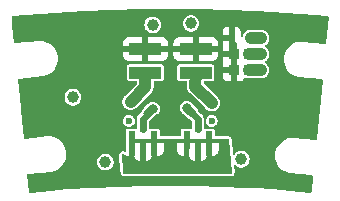
<source format=gbr>
%TF.GenerationSoftware,KiCad,Pcbnew,8.0.2-1*%
%TF.CreationDate,2024-09-19T09:16:49+02:00*%
%TF.ProjectId,PUMA_PCB_REV2,50554d41-5f50-4434-925f-524556322e6b,rev?*%
%TF.SameCoordinates,Original*%
%TF.FileFunction,Copper,L1,Top*%
%TF.FilePolarity,Positive*%
%FSLAX46Y46*%
G04 Gerber Fmt 4.6, Leading zero omitted, Abs format (unit mm)*
G04 Created by KiCad (PCBNEW 8.0.2-1) date 2024-09-19 09:16:49*
%MOMM*%
%LPD*%
G01*
G04 APERTURE LIST*
%TA.AperFunction,SMDPad,CuDef*%
%ADD10R,0.850000X0.940000*%
%TD*%
%TA.AperFunction,SMDPad,CuDef*%
%ADD11R,0.540000X0.940000*%
%TD*%
%TA.AperFunction,SMDPad,CuDef*%
%ADD12R,0.600000X0.550000*%
%TD*%
%TA.AperFunction,SMDPad,CuDef*%
%ADD13R,0.580000X1.580000*%
%TD*%
%TA.AperFunction,SMDPad,CuDef*%
%ADD14R,0.500000X0.500000*%
%TD*%
%TA.AperFunction,SMDPad,CuDef*%
%ADD15R,2.750000X1.000000*%
%TD*%
%TA.AperFunction,ViaPad*%
%ADD16C,1.000000*%
%TD*%
%TA.AperFunction,ViaPad*%
%ADD17C,0.600000*%
%TD*%
%TA.AperFunction,ViaPad*%
%ADD18C,0.800000*%
%TD*%
%TA.AperFunction,Conductor*%
%ADD19C,1.000000*%
%TD*%
%TA.AperFunction,Conductor*%
%ADD20C,0.600000*%
%TD*%
G04 APERTURE END LIST*
D10*
%TO.P,C2,1,1*%
%TO.N,GND*%
X106663879Y-86853605D03*
%TO.P,C2,2,2*%
%TO.N,HV+*%
X105363879Y-86853605D03*
%TD*%
%TO.P,C3,1,1*%
%TO.N,GND*%
X106663879Y-88193736D03*
%TO.P,C3,2,2*%
%TO.N,HV+*%
X105363879Y-88193736D03*
%TD*%
D11*
%TO.P,C1,1,1*%
%TO.N,GND*%
X106813879Y-85500000D03*
%TO.P,C1,2,2*%
%TO.N,HV+*%
X105213879Y-85500000D03*
%TD*%
D12*
%TO.P,J2,1,SIGNAL*%
%TO.N,Net-(J2-SIGNAL)*%
X102330810Y-93182298D03*
D13*
%TO.P,J2,2,GND_1*%
%TO.N,GND*%
X101370810Y-94157298D03*
D14*
%TO.P,J2,3,GND_2*%
X102330810Y-95157298D03*
D13*
%TO.P,J2,4,GND_3*%
X103290810Y-94157298D03*
%TD*%
D15*
%TO.P,J1,1,1*%
%TO.N,HV+*%
X97894149Y-86426877D03*
%TO.P,J1,2,2*%
X102144149Y-86426877D03*
%TO.P,J1,3,3*%
%TO.N,GND*%
X97894149Y-88426877D03*
%TO.P,J1,4,4*%
X102144149Y-88426877D03*
%TD*%
D12*
%TO.P,J3,1,SIGNAL*%
%TO.N,Net-(J3-SIGNAL)*%
X97680004Y-93182298D03*
D13*
%TO.P,J3,2,GND_1*%
%TO.N,GND*%
X96720004Y-94157298D03*
D14*
%TO.P,J3,3,GND_2*%
X97680004Y-95157298D03*
D13*
%TO.P,J3,4,GND_3*%
X98640004Y-94157298D03*
%TD*%
D16*
%TO.N,GND*%
X96638147Y-90864525D03*
X98500000Y-84365929D03*
X94500000Y-96000000D03*
D17*
X103500000Y-92500000D03*
D16*
X107686120Y-85500000D03*
X106000000Y-95750000D03*
X107686120Y-86853605D03*
X103500000Y-91000000D03*
X107686120Y-88208610D03*
X100500000Y-96000000D03*
D17*
X96500000Y-92500000D03*
D16*
X99000000Y-96000000D03*
X101750000Y-84250000D03*
X91750000Y-90500000D03*
D17*
%TO.N,HV+*%
X93322070Y-84647999D03*
X106628810Y-84404476D03*
D18*
%TO.N,Net-(J2-SIGNAL)*%
X101388400Y-91400879D03*
%TO.N,Net-(J3-SIGNAL)*%
X98500000Y-91500000D03*
%TD*%
D19*
%TO.N,GND*%
X103500000Y-90975045D02*
X102119427Y-89594472D01*
X107686120Y-85500000D02*
X106813879Y-85500000D01*
X96638147Y-90864525D02*
X97885918Y-89616754D01*
X97885918Y-89616754D02*
X97894149Y-88426877D01*
X102119427Y-89594472D02*
X102144149Y-88426877D01*
X106663879Y-88193736D02*
X107671246Y-88193736D01*
X107686120Y-86853605D02*
X106663879Y-86853605D01*
X103500000Y-91000000D02*
X103500000Y-90975045D01*
D20*
%TO.N,Net-(J2-SIGNAL)*%
X101400879Y-91400879D02*
X102330810Y-92330810D01*
X102330810Y-92330810D02*
X102330810Y-93182298D01*
X101388400Y-91400879D02*
X101400879Y-91400879D01*
%TO.N,Net-(J3-SIGNAL)*%
X97680004Y-93182298D02*
X97680004Y-92319996D01*
X97680004Y-92319996D02*
X98500000Y-91500000D01*
%TD*%
%TA.AperFunction,Conductor*%
%TO.N,HV+*%
G36*
X102443698Y-83009338D02*
G01*
X102444953Y-83009361D01*
X104889903Y-83074831D01*
X104891217Y-83074877D01*
X107334639Y-83184006D01*
X107335835Y-83184069D01*
X109777037Y-83336828D01*
X109778325Y-83336920D01*
X112216427Y-83533255D01*
X112217363Y-83533338D01*
X113361013Y-83643458D01*
X113411019Y-83670047D01*
X113427578Y-83724210D01*
X113427562Y-83724375D01*
X113211280Y-85919008D01*
X113184579Y-85968956D01*
X113130379Y-85985393D01*
X113130364Y-85985392D01*
X111142258Y-85789056D01*
X111142255Y-85789056D01*
X111142254Y-85789056D01*
X110985068Y-85798284D01*
X110906474Y-85802898D01*
X110734406Y-85840605D01*
X110675767Y-85853455D01*
X110675766Y-85853455D01*
X110675763Y-85853456D01*
X110455803Y-85939480D01*
X110252015Y-86058850D01*
X110252011Y-86058853D01*
X110069400Y-86208640D01*
X110069399Y-86208640D01*
X109912466Y-86385148D01*
X109912463Y-86385152D01*
X109785081Y-86584030D01*
X109785078Y-86584035D01*
X109690372Y-86800398D01*
X109690371Y-86800401D01*
X109630681Y-87028903D01*
X109630679Y-87028912D01*
X109609121Y-87247211D01*
X109607467Y-87263955D01*
X109621309Y-87499732D01*
X109632222Y-87549530D01*
X109670975Y-87726375D01*
X109671867Y-87730443D01*
X109757891Y-87950403D01*
X109877261Y-88154191D01*
X109877264Y-88154195D01*
X109877265Y-88154196D01*
X110027051Y-88336807D01*
X110203559Y-88493740D01*
X110203563Y-88493743D01*
X110307336Y-88560210D01*
X110402444Y-88621127D01*
X110618808Y-88715834D01*
X110847323Y-88775528D01*
X112836072Y-88971928D01*
X112886012Y-88998639D01*
X112902440Y-89052827D01*
X112409913Y-94050566D01*
X112383212Y-94100513D01*
X112329012Y-94116951D01*
X112328998Y-94116950D01*
X110410662Y-93927505D01*
X110410659Y-93927505D01*
X110410658Y-93927505D01*
X110253472Y-93936733D01*
X110174878Y-93941347D01*
X109994870Y-93980793D01*
X109944171Y-93991904D01*
X109944170Y-93991904D01*
X109944167Y-93991905D01*
X109724207Y-94077929D01*
X109520419Y-94197299D01*
X109520415Y-94197302D01*
X109337804Y-94347089D01*
X109337803Y-94347089D01*
X109180870Y-94523597D01*
X109180867Y-94523601D01*
X109053485Y-94722479D01*
X109053482Y-94722484D01*
X108958776Y-94938847D01*
X108958775Y-94938850D01*
X108904600Y-95146240D01*
X108899083Y-95167361D01*
X108879375Y-95366927D01*
X108875871Y-95402404D01*
X108889713Y-95638181D01*
X108940271Y-95868892D01*
X109026295Y-96088852D01*
X109145665Y-96292640D01*
X109145668Y-96292644D01*
X109145669Y-96292645D01*
X109295455Y-96475256D01*
X109471963Y-96632189D01*
X109471967Y-96632192D01*
X109615896Y-96724379D01*
X109670848Y-96759576D01*
X109887212Y-96854283D01*
X110115727Y-96913977D01*
X112034704Y-97103486D01*
X112084645Y-97130198D01*
X112101073Y-97184385D01*
X111970221Y-98512166D01*
X111943520Y-98562114D01*
X111889486Y-98578568D01*
X110878579Y-98481230D01*
X108706791Y-98306341D01*
X108706787Y-98306340D01*
X108706753Y-98306338D01*
X107149498Y-98208890D01*
X106532116Y-98170256D01*
X104355472Y-98073035D01*
X102177440Y-98014699D01*
X99998657Y-97995266D01*
X97819875Y-98014747D01*
X95641845Y-98073130D01*
X93465143Y-98170403D01*
X91290585Y-98306528D01*
X89118751Y-98481468D01*
X88107829Y-98578830D01*
X88053666Y-98562272D01*
X88027093Y-98512442D01*
X88024011Y-98481230D01*
X87884556Y-97068866D01*
X87900984Y-97014666D01*
X87950922Y-96987956D01*
X89955546Y-96789989D01*
X90184062Y-96730295D01*
X90400425Y-96635588D01*
X90599310Y-96508201D01*
X90775818Y-96351268D01*
X90925604Y-96168657D01*
X91024398Y-95999996D01*
X93794355Y-95999996D01*
X93794355Y-96000003D01*
X93814859Y-96168871D01*
X93875181Y-96327929D01*
X93959787Y-96450500D01*
X93971817Y-96467929D01*
X94099148Y-96580734D01*
X94249775Y-96659790D01*
X94414944Y-96700500D01*
X94414948Y-96700500D01*
X94585052Y-96700500D01*
X94585056Y-96700500D01*
X94750225Y-96659790D01*
X94900852Y-96580734D01*
X95028183Y-96467929D01*
X95124818Y-96327930D01*
X95185140Y-96168872D01*
X95195344Y-96084834D01*
X95205645Y-96000003D01*
X95205645Y-95999996D01*
X95185140Y-95831128D01*
X95124818Y-95672070D01*
X95028183Y-95532071D01*
X94907681Y-95425315D01*
X95662563Y-95425315D01*
X95662564Y-95425327D01*
X95669399Y-95507339D01*
X95669399Y-95507351D01*
X95669400Y-95507351D01*
X95669446Y-95507906D01*
X95765206Y-96657024D01*
X95785732Y-96903343D01*
X95785735Y-96903366D01*
X95791707Y-96938275D01*
X95802498Y-96979539D01*
X95802985Y-96981368D01*
X95802989Y-96981378D01*
X95845993Y-97062080D01*
X95845998Y-97062087D01*
X95859556Y-97077733D01*
X95891752Y-97114889D01*
X95909343Y-97132843D01*
X95989158Y-97177489D01*
X95989157Y-97177489D01*
X96056195Y-97197174D01*
X96056196Y-97197174D01*
X96056199Y-97197175D01*
X96114097Y-97205500D01*
X96114101Y-97205500D01*
X105115237Y-97205500D01*
X105125633Y-97204163D01*
X105167225Y-97198815D01*
X105227926Y-97182942D01*
X105246084Y-97177284D01*
X105322945Y-97127720D01*
X105371766Y-97077738D01*
X105388196Y-97058718D01*
X105426060Y-96975468D01*
X105426060Y-96975466D01*
X105426061Y-96975466D01*
X105433245Y-96940465D01*
X105440110Y-96907025D01*
X105443598Y-96848636D01*
X105399926Y-96324578D01*
X105417179Y-96270633D01*
X105467524Y-96244689D01*
X105521470Y-96261942D01*
X105522712Y-96263018D01*
X105531308Y-96270633D01*
X105595982Y-96327930D01*
X105599148Y-96330734D01*
X105749775Y-96409790D01*
X105914944Y-96450500D01*
X105914948Y-96450500D01*
X106085052Y-96450500D01*
X106085056Y-96450500D01*
X106250225Y-96409790D01*
X106400852Y-96330734D01*
X106528183Y-96217929D01*
X106624818Y-96077930D01*
X106685140Y-95918872D01*
X106705645Y-95750000D01*
X106705026Y-95744904D01*
X106685140Y-95581128D01*
X106624818Y-95422070D01*
X106528183Y-95282071D01*
X106400856Y-95169269D01*
X106400853Y-95169267D01*
X106400852Y-95169266D01*
X106250225Y-95090210D01*
X106250222Y-95090209D01*
X106085058Y-95049500D01*
X106085056Y-95049500D01*
X105914944Y-95049500D01*
X105914941Y-95049500D01*
X105749777Y-95090209D01*
X105749775Y-95090209D01*
X105749775Y-95090210D01*
X105722643Y-95104450D01*
X105599146Y-95169267D01*
X105599143Y-95169269D01*
X105471815Y-95282072D01*
X105447624Y-95317119D01*
X105400062Y-95347869D01*
X105344686Y-95335981D01*
X105313936Y-95288419D01*
X105312980Y-95281226D01*
X105214267Y-94096656D01*
X105214266Y-94096648D01*
X105214265Y-94096636D01*
X105208289Y-94061708D01*
X105197511Y-94020495D01*
X105197496Y-94020439D01*
X105197466Y-94020324D01*
X105197014Y-94018631D01*
X105197013Y-94018627D01*
X105187875Y-94001478D01*
X105154006Y-93937919D01*
X105154001Y-93937912D01*
X105108251Y-93885115D01*
X105108248Y-93885111D01*
X105090657Y-93867157D01*
X105090654Y-93867155D01*
X105010840Y-93822510D01*
X105010842Y-93822510D01*
X104943804Y-93802825D01*
X104943799Y-93802824D01*
X104885905Y-93794500D01*
X104885903Y-93794500D01*
X103855310Y-93794500D01*
X103802984Y-93772826D01*
X103781310Y-93720500D01*
X103781310Y-93347551D01*
X103781310Y-93347550D01*
X103769677Y-93289067D01*
X103725362Y-93222746D01*
X103703153Y-93207906D01*
X103659042Y-93178431D01*
X103659043Y-93178431D01*
X103629799Y-93172614D01*
X103600558Y-93166798D01*
X102981062Y-93166798D01*
X102919746Y-93178994D01*
X102864197Y-93167944D01*
X102832732Y-93120852D01*
X102831310Y-93106416D01*
X102831310Y-92500000D01*
X102994353Y-92500000D01*
X103014834Y-92642454D01*
X103074623Y-92773373D01*
X103168868Y-92882139D01*
X103168869Y-92882140D01*
X103168872Y-92882143D01*
X103289947Y-92959953D01*
X103396403Y-92991211D01*
X103428035Y-93000499D01*
X103428037Y-93000500D01*
X103428039Y-93000500D01*
X103571963Y-93000500D01*
X103571964Y-93000499D01*
X103710053Y-92959953D01*
X103831128Y-92882143D01*
X103925377Y-92773373D01*
X103985165Y-92642457D01*
X104005647Y-92500000D01*
X103985165Y-92357543D01*
X103925377Y-92226627D01*
X103848252Y-92137619D01*
X103831131Y-92117860D01*
X103831129Y-92117859D01*
X103831128Y-92117857D01*
X103774182Y-92081260D01*
X103710054Y-92040047D01*
X103710050Y-92040046D01*
X103571964Y-91999500D01*
X103571961Y-91999500D01*
X103428039Y-91999500D01*
X103428036Y-91999500D01*
X103289949Y-92040046D01*
X103289945Y-92040047D01*
X103168875Y-92117855D01*
X103168868Y-92117860D01*
X103074623Y-92226626D01*
X103014834Y-92357545D01*
X102994353Y-92500000D01*
X102831310Y-92500000D01*
X102831310Y-92264916D01*
X102831309Y-92264915D01*
X102828411Y-92254101D01*
X102797202Y-92137624D01*
X102731310Y-92023496D01*
X102638124Y-91930310D01*
X102341040Y-91633226D01*
X102327567Y-91614759D01*
X102325582Y-91610902D01*
X102325579Y-91610897D01*
X102321059Y-91605211D01*
X101840244Y-91000393D01*
X101832826Y-90991581D01*
X101831961Y-90990610D01*
X101831958Y-90990608D01*
X101830077Y-90988495D01*
X101823103Y-90980965D01*
X101816682Y-90972597D01*
X101816681Y-90972596D01*
X101816679Y-90972594D01*
X101691241Y-90876343D01*
X101545161Y-90815834D01*
X101388400Y-90795197D01*
X101231639Y-90815834D01*
X101231638Y-90815834D01*
X101085558Y-90876343D01*
X100960120Y-90972594D01*
X100960115Y-90972599D01*
X100863864Y-91098037D01*
X100803355Y-91244117D01*
X100803355Y-91244118D01*
X100782718Y-91400879D01*
X100803355Y-91557639D01*
X100803355Y-91557640D01*
X100863864Y-91703720D01*
X100960115Y-91829158D01*
X100960119Y-91829162D01*
X100980939Y-91845138D01*
X100991302Y-91854800D01*
X100991849Y-91855418D01*
X101064396Y-91910558D01*
X101064397Y-91910558D01*
X101614470Y-92328642D01*
X101614474Y-92328644D01*
X101618184Y-92330611D01*
X101635854Y-92343668D01*
X101808636Y-92516450D01*
X101830310Y-92568776D01*
X101830310Y-93106416D01*
X101808636Y-93158742D01*
X101756310Y-93180416D01*
X101741874Y-93178994D01*
X101680558Y-93166798D01*
X101061062Y-93166798D01*
X101031820Y-93172614D01*
X101002577Y-93178431D01*
X100936259Y-93222745D01*
X100936257Y-93222747D01*
X100891943Y-93289065D01*
X100880310Y-93347551D01*
X100880310Y-93720500D01*
X100858636Y-93772826D01*
X100806310Y-93794500D01*
X99204504Y-93794500D01*
X99152178Y-93772826D01*
X99130504Y-93720500D01*
X99130504Y-93347551D01*
X99130504Y-93347550D01*
X99118871Y-93289067D01*
X99074556Y-93222746D01*
X99052347Y-93207906D01*
X99008236Y-93178431D01*
X99008237Y-93178431D01*
X98978993Y-93172614D01*
X98949752Y-93166798D01*
X98330256Y-93166798D01*
X98268940Y-93178994D01*
X98213391Y-93167944D01*
X98181926Y-93120852D01*
X98180504Y-93106416D01*
X98180504Y-92557961D01*
X98202178Y-92505636D01*
X98258989Y-92448824D01*
X98278156Y-92434994D01*
X98280764Y-92433687D01*
X98898572Y-91953171D01*
X98908189Y-91945211D01*
X98909258Y-91944270D01*
X98910022Y-91943593D01*
X98910022Y-91943592D01*
X98913154Y-91940817D01*
X98913166Y-91940831D01*
X98919206Y-91935245D01*
X98928282Y-91928282D01*
X99024536Y-91802841D01*
X99085044Y-91656762D01*
X99105682Y-91500000D01*
X99085044Y-91343238D01*
X99024536Y-91197159D01*
X98948478Y-91098038D01*
X98928284Y-91071720D01*
X98928279Y-91071715D01*
X98802841Y-90975464D01*
X98656761Y-90914955D01*
X98500000Y-90894318D01*
X98343239Y-90914955D01*
X98343238Y-90914955D01*
X98197158Y-90975464D01*
X98071720Y-91071715D01*
X98071717Y-91071718D01*
X98057642Y-91090060D01*
X98047374Y-91100953D01*
X98046832Y-91101422D01*
X97609387Y-91663853D01*
X97609386Y-91663852D01*
X97566317Y-91719228D01*
X97566311Y-91719237D01*
X97563622Y-91724208D01*
X97550862Y-91741322D01*
X97372690Y-91919496D01*
X97279504Y-92012681D01*
X97213614Y-92126805D01*
X97213610Y-92126814D01*
X97179504Y-92254101D01*
X97179504Y-93106416D01*
X97157830Y-93158742D01*
X97105504Y-93180416D01*
X97091068Y-93178994D01*
X97029752Y-93166798D01*
X96410256Y-93166798D01*
X96381014Y-93172614D01*
X96351771Y-93178431D01*
X96285453Y-93222745D01*
X96285451Y-93222747D01*
X96241137Y-93289065D01*
X96229504Y-93347551D01*
X96229504Y-94967045D01*
X96240958Y-95024633D01*
X96229908Y-95080182D01*
X96182816Y-95111647D01*
X96137488Y-95104083D01*
X96136656Y-95105871D01*
X96133607Y-95104450D01*
X96067868Y-95080807D01*
X96043740Y-95073763D01*
X95952285Y-95073903D01*
X95884207Y-95089551D01*
X95860079Y-95096675D01*
X95783219Y-95146238D01*
X95734402Y-95196215D01*
X95734396Y-95196221D01*
X95717968Y-95215239D01*
X95680101Y-95298492D01*
X95680099Y-95298498D01*
X95666052Y-95366927D01*
X95666051Y-95366934D01*
X95662563Y-95425315D01*
X94907681Y-95425315D01*
X94900856Y-95419269D01*
X94900853Y-95419267D01*
X94900852Y-95419266D01*
X94750225Y-95340210D01*
X94750222Y-95340209D01*
X94585058Y-95299500D01*
X94585056Y-95299500D01*
X94414944Y-95299500D01*
X94414941Y-95299500D01*
X94249777Y-95340209D01*
X94099146Y-95419267D01*
X94099143Y-95419269D01*
X93971816Y-95532071D01*
X93875181Y-95672070D01*
X93814859Y-95831128D01*
X93794355Y-95999996D01*
X91024398Y-95999996D01*
X91044979Y-95964861D01*
X91131004Y-95744901D01*
X91181560Y-95514192D01*
X91195402Y-95278414D01*
X91172191Y-95043373D01*
X91112497Y-94814858D01*
X91017790Y-94598494D01*
X90890402Y-94399609D01*
X90885142Y-94393693D01*
X90733470Y-94223101D01*
X90550857Y-94073314D01*
X90550853Y-94073311D01*
X90347066Y-93953941D01*
X90127105Y-93867917D01*
X90127103Y-93867916D01*
X90127102Y-93867916D01*
X89896393Y-93817359D01*
X89896397Y-93817359D01*
X89739207Y-93808131D01*
X89660615Y-93803517D01*
X89660614Y-93803517D01*
X89660613Y-93803517D01*
X89660608Y-93803517D01*
X87656048Y-94001478D01*
X87601845Y-93985051D01*
X87575134Y-93935111D01*
X87433433Y-92500000D01*
X95994353Y-92500000D01*
X96014834Y-92642454D01*
X96074623Y-92773373D01*
X96168868Y-92882139D01*
X96168869Y-92882140D01*
X96168872Y-92882143D01*
X96289947Y-92959953D01*
X96396403Y-92991211D01*
X96428035Y-93000499D01*
X96428037Y-93000500D01*
X96428039Y-93000500D01*
X96571963Y-93000500D01*
X96571964Y-93000499D01*
X96710053Y-92959953D01*
X96831128Y-92882143D01*
X96925377Y-92773373D01*
X96985165Y-92642457D01*
X97005647Y-92500000D01*
X96985165Y-92357543D01*
X96925377Y-92226627D01*
X96848252Y-92137619D01*
X96831131Y-92117860D01*
X96831129Y-92117859D01*
X96831128Y-92117857D01*
X96774182Y-92081260D01*
X96710054Y-92040047D01*
X96710050Y-92040046D01*
X96571964Y-91999500D01*
X96571961Y-91999500D01*
X96428039Y-91999500D01*
X96428036Y-91999500D01*
X96289949Y-92040046D01*
X96289945Y-92040047D01*
X96168875Y-92117855D01*
X96168868Y-92117860D01*
X96074623Y-92226626D01*
X96014834Y-92357545D01*
X95994353Y-92500000D01*
X87433433Y-92500000D01*
X87235956Y-90499996D01*
X91044355Y-90499996D01*
X91044355Y-90500003D01*
X91064859Y-90668871D01*
X91125181Y-90827929D01*
X91211618Y-90953153D01*
X91221817Y-90967929D01*
X91230322Y-90975464D01*
X91338967Y-91071715D01*
X91349148Y-91080734D01*
X91499775Y-91159790D01*
X91664944Y-91200500D01*
X91664948Y-91200500D01*
X91835052Y-91200500D01*
X91835056Y-91200500D01*
X92000225Y-91159790D01*
X92150852Y-91080734D01*
X92278183Y-90967929D01*
X92349561Y-90864521D01*
X95932502Y-90864521D01*
X95932502Y-90864526D01*
X95937107Y-90902449D01*
X95937647Y-90911370D01*
X95937647Y-90933518D01*
X95945399Y-90972492D01*
X95946281Y-90978008D01*
X95953005Y-91033388D01*
X95953007Y-91033398D01*
X95960301Y-91052630D01*
X95963686Y-91064428D01*
X95964564Y-91068843D01*
X95964568Y-91068857D01*
X95986483Y-91121765D01*
X95987307Y-91123842D01*
X96013328Y-91192454D01*
X96058340Y-91257664D01*
X96058968Y-91258589D01*
X96094032Y-91311067D01*
X96096340Y-91313879D01*
X96096264Y-91313941D01*
X96101626Y-91320375D01*
X96104954Y-91325196D01*
X96109964Y-91332454D01*
X96152064Y-91369751D01*
X96156106Y-91373332D01*
X96159356Y-91376391D01*
X96191604Y-91408639D01*
X96205127Y-91417675D01*
X96205135Y-91417680D01*
X96213094Y-91423819D01*
X96237295Y-91445259D01*
X96276339Y-91465751D01*
X96283035Y-91469731D01*
X96306336Y-91485300D01*
X96337642Y-91498267D01*
X96343681Y-91501095D01*
X96387922Y-91524315D01*
X96413603Y-91530644D01*
X96413607Y-91530645D01*
X96424223Y-91534130D01*
X96433813Y-91538103D01*
X96433815Y-91538103D01*
X96433819Y-91538105D01*
X96484276Y-91548141D01*
X96487492Y-91548856D01*
X96553091Y-91565025D01*
X96553095Y-91565025D01*
X96723199Y-91565025D01*
X96723203Y-91565025D01*
X96788773Y-91548863D01*
X96791960Y-91548152D01*
X96842475Y-91538105D01*
X96852076Y-91534127D01*
X96862672Y-91530648D01*
X96888372Y-91524315D01*
X96932606Y-91501098D01*
X96938645Y-91498269D01*
X96969958Y-91485300D01*
X96993266Y-91469725D01*
X96999967Y-91465744D01*
X97038999Y-91445259D01*
X97063208Y-91423810D01*
X97071158Y-91417680D01*
X97084690Y-91408639D01*
X97116937Y-91376390D01*
X97120187Y-91373332D01*
X97166330Y-91332454D01*
X97174666Y-91320375D01*
X97183236Y-91310091D01*
X98379626Y-90113702D01*
X98426930Y-90067049D01*
X98426940Y-90067033D01*
X98427971Y-90065796D01*
X98428062Y-90065696D01*
X98428415Y-90065267D01*
X98428759Y-90064850D01*
X98428931Y-90064643D01*
X98428984Y-90064572D01*
X98430021Y-90063307D01*
X98430032Y-90063297D01*
X98467045Y-90007901D01*
X98504383Y-89952851D01*
X98504384Y-89952847D01*
X98505170Y-89951402D01*
X98505215Y-89951327D01*
X98505398Y-89950985D01*
X98505707Y-89950412D01*
X98505874Y-89950103D01*
X98505917Y-89950014D01*
X98506681Y-89948581D01*
X98506693Y-89948565D01*
X98532174Y-89887046D01*
X98558068Y-89825737D01*
X98558071Y-89825720D01*
X98558559Y-89824155D01*
X98558595Y-89824055D01*
X98558706Y-89823689D01*
X98558893Y-89823081D01*
X98558994Y-89822756D01*
X98559018Y-89822660D01*
X98559492Y-89821094D01*
X98559498Y-89821082D01*
X98572492Y-89755754D01*
X98585924Y-89690591D01*
X98585924Y-89690586D01*
X98586096Y-89688954D01*
X98586110Y-89688863D01*
X98586142Y-89688540D01*
X98586193Y-89688038D01*
X98586252Y-89687474D01*
X98586258Y-89687361D01*
X98586416Y-89685753D01*
X98586418Y-89685748D01*
X98586418Y-89619396D01*
X98586420Y-89618884D01*
X98589312Y-89200865D01*
X98611347Y-89148690D01*
X98663310Y-89127377D01*
X99288895Y-89127377D01*
X99288897Y-89127377D01*
X99347380Y-89115744D01*
X99413701Y-89071429D01*
X99458016Y-89005108D01*
X99469649Y-88946625D01*
X99469649Y-87907130D01*
X100568649Y-87907130D01*
X100568649Y-88946623D01*
X100580282Y-89005109D01*
X100590850Y-89020924D01*
X100624597Y-89071429D01*
X100631983Y-89076364D01*
X100690916Y-89115743D01*
X100690917Y-89115743D01*
X100690918Y-89115744D01*
X100749401Y-89127377D01*
X101353077Y-89127377D01*
X101405403Y-89149051D01*
X101427077Y-89201377D01*
X101427060Y-89202944D01*
X101420522Y-89511649D01*
X101419120Y-89524505D01*
X101418927Y-89525475D01*
X101418927Y-89586270D01*
X101418910Y-89587837D01*
X101417623Y-89648618D01*
X101417623Y-89648621D01*
X101417794Y-89649586D01*
X101418927Y-89662486D01*
X101418927Y-89663466D01*
X101423997Y-89688954D01*
X101430787Y-89723094D01*
X101431076Y-89724632D01*
X101441670Y-89784485D01*
X101441675Y-89784502D01*
X101442030Y-89785413D01*
X101445653Y-89797828D01*
X101445844Y-89798792D01*
X101445845Y-89798793D01*
X101445846Y-89798795D01*
X101445847Y-89798800D01*
X101469129Y-89855009D01*
X101469695Y-89856419D01*
X101491769Y-89913072D01*
X101491771Y-89913076D01*
X101492300Y-89913905D01*
X101498273Y-89925368D01*
X101498652Y-89926283D01*
X101514774Y-89950412D01*
X101532442Y-89976853D01*
X101533244Y-89978082D01*
X101565982Y-90029396D01*
X101565984Y-90029398D01*
X101566665Y-90030109D01*
X101574759Y-90040187D01*
X101575308Y-90041008D01*
X101575315Y-90041017D01*
X101618315Y-90084017D01*
X101619410Y-90085136D01*
X101661463Y-90129007D01*
X101661467Y-90129011D01*
X101662260Y-90129566D01*
X101672184Y-90137886D01*
X102899293Y-91364995D01*
X102907868Y-91375285D01*
X102920204Y-91393157D01*
X102920831Y-91394080D01*
X102955881Y-91446536D01*
X102958189Y-91449347D01*
X102958112Y-91449409D01*
X102963472Y-91455840D01*
X102971817Y-91467929D01*
X103017958Y-91508806D01*
X103017967Y-91508814D01*
X103021222Y-91511878D01*
X103053458Y-91544114D01*
X103066988Y-91553155D01*
X103074943Y-91559292D01*
X103099145Y-91580733D01*
X103138168Y-91601213D01*
X103144890Y-91605208D01*
X103168185Y-91620773D01*
X103168187Y-91620774D01*
X103168189Y-91620775D01*
X103199495Y-91633742D01*
X103205534Y-91636570D01*
X103249775Y-91659790D01*
X103275456Y-91666119D01*
X103275460Y-91666120D01*
X103286076Y-91669605D01*
X103295666Y-91673578D01*
X103295668Y-91673578D01*
X103295672Y-91673580D01*
X103346169Y-91683624D01*
X103349377Y-91684339D01*
X103414935Y-91700498D01*
X103414938Y-91700498D01*
X103414944Y-91700500D01*
X103414946Y-91700500D01*
X103585054Y-91700500D01*
X103585056Y-91700500D01*
X103585058Y-91700499D01*
X103585061Y-91700499D01*
X103612492Y-91693737D01*
X103650633Y-91684335D01*
X103653828Y-91683624D01*
X103704328Y-91673580D01*
X103713929Y-91669602D01*
X103724525Y-91666123D01*
X103750225Y-91659790D01*
X103794459Y-91636573D01*
X103800498Y-91633744D01*
X103831811Y-91620775D01*
X103855108Y-91605208D01*
X103861818Y-91601219D01*
X103900852Y-91580734D01*
X103925059Y-91559288D01*
X103933011Y-91553154D01*
X103946542Y-91544114D01*
X103978782Y-91511872D01*
X103982032Y-91508814D01*
X104028183Y-91467929D01*
X104036516Y-91455856D01*
X104041882Y-91449418D01*
X104041806Y-91449355D01*
X104044109Y-91446548D01*
X104044111Y-91446544D01*
X104044114Y-91446542D01*
X104079232Y-91393981D01*
X104079762Y-91393202D01*
X104124818Y-91327930D01*
X104150850Y-91259285D01*
X104151649Y-91257271D01*
X104173580Y-91204328D01*
X104174458Y-91199907D01*
X104177844Y-91188106D01*
X104185140Y-91168872D01*
X104191866Y-91113465D01*
X104192748Y-91107958D01*
X104200500Y-91068993D01*
X104200500Y-91046845D01*
X104201040Y-91037924D01*
X104205645Y-91000001D01*
X104205645Y-90999996D01*
X104201040Y-90962073D01*
X104200500Y-90953153D01*
X104200500Y-90906051D01*
X104197828Y-90892619D01*
X104173581Y-90770722D01*
X104173580Y-90770721D01*
X104173580Y-90770717D01*
X104120775Y-90643234D01*
X104044114Y-90528502D01*
X102848422Y-89332810D01*
X102826748Y-89280484D01*
X102826765Y-89278917D01*
X102828440Y-89199810D01*
X102851217Y-89147955D01*
X102902423Y-89127377D01*
X103538895Y-89127377D01*
X103538897Y-89127377D01*
X103597380Y-89115744D01*
X103663701Y-89071429D01*
X103708016Y-89005108D01*
X103719649Y-88946625D01*
X103719649Y-88711564D01*
X104438879Y-88711564D01*
X104445281Y-88771111D01*
X104445282Y-88771116D01*
X104495524Y-88905823D01*
X104495525Y-88905824D01*
X104581690Y-89020924D01*
X104696790Y-89107089D01*
X104696791Y-89107090D01*
X104831498Y-89157332D01*
X104831503Y-89157333D01*
X104891050Y-89163736D01*
X105113879Y-89163736D01*
X105113879Y-88443736D01*
X104438879Y-88443736D01*
X104438879Y-88711564D01*
X103719649Y-88711564D01*
X103719649Y-87907129D01*
X103708016Y-87848646D01*
X103663701Y-87782325D01*
X103641492Y-87767485D01*
X103597381Y-87738010D01*
X103597382Y-87738010D01*
X103559338Y-87730443D01*
X103538897Y-87726377D01*
X103538895Y-87726377D01*
X102152349Y-87726377D01*
X102150784Y-87726360D01*
X102129025Y-87725899D01*
X102090002Y-87725073D01*
X102089999Y-87725073D01*
X102089533Y-87725155D01*
X102089032Y-87725244D01*
X102076135Y-87726377D01*
X100749401Y-87726377D01*
X100728960Y-87730443D01*
X100690916Y-87738010D01*
X100624598Y-87782324D01*
X100624596Y-87782326D01*
X100580282Y-87848644D01*
X100568649Y-87907130D01*
X99469649Y-87907130D01*
X99469649Y-87907129D01*
X99458016Y-87848646D01*
X99413701Y-87782325D01*
X99391492Y-87767485D01*
X99347381Y-87738010D01*
X99347382Y-87738010D01*
X99309338Y-87730443D01*
X99288897Y-87726377D01*
X99288895Y-87726377D01*
X97896759Y-87726377D01*
X97896248Y-87726375D01*
X97830004Y-87725917D01*
X97830003Y-87725917D01*
X97830002Y-87725917D01*
X97828333Y-87726070D01*
X97821596Y-87726377D01*
X96499401Y-87726377D01*
X96478960Y-87730443D01*
X96440916Y-87738010D01*
X96374598Y-87782324D01*
X96374596Y-87782326D01*
X96330282Y-87848644D01*
X96318649Y-87907130D01*
X96318649Y-88946623D01*
X96330282Y-89005109D01*
X96340850Y-89020924D01*
X96374597Y-89071429D01*
X96381983Y-89076364D01*
X96440916Y-89115743D01*
X96440917Y-89115743D01*
X96440918Y-89115744D01*
X96499401Y-89127377D01*
X97114273Y-89127377D01*
X97166599Y-89149051D01*
X97188273Y-89201377D01*
X97188271Y-89201889D01*
X97187632Y-89294239D01*
X97165960Y-89346053D01*
X96159360Y-90352653D01*
X96156106Y-90355716D01*
X96109963Y-90396596D01*
X96109961Y-90396598D01*
X96101621Y-90408680D01*
X96096264Y-90415111D01*
X96096339Y-90415173D01*
X96094028Y-90417988D01*
X96058957Y-90470476D01*
X96058367Y-90471344D01*
X96038591Y-90499996D01*
X96013329Y-90536594D01*
X95987307Y-90605207D01*
X95986484Y-90607282D01*
X95964566Y-90660199D01*
X95963688Y-90664615D01*
X95960302Y-90676415D01*
X95953006Y-90695653D01*
X95953006Y-90695654D01*
X95946281Y-90751040D01*
X95945399Y-90756555D01*
X95937647Y-90795530D01*
X95937647Y-90817678D01*
X95937107Y-90826598D01*
X95932502Y-90864521D01*
X92349561Y-90864521D01*
X92374818Y-90827930D01*
X92435140Y-90668872D01*
X92440266Y-90626654D01*
X92455645Y-90500003D01*
X92455645Y-90499996D01*
X92435140Y-90331128D01*
X92374818Y-90172070D01*
X92278183Y-90032071D01*
X92150856Y-89919269D01*
X92150853Y-89919267D01*
X92150852Y-89919266D01*
X92000225Y-89840210D01*
X92000222Y-89840209D01*
X91835058Y-89799500D01*
X91835056Y-89799500D01*
X91664944Y-89799500D01*
X91664941Y-89799500D01*
X91499777Y-89840209D01*
X91349146Y-89919267D01*
X91349143Y-89919269D01*
X91221816Y-90032071D01*
X91125181Y-90172070D01*
X91064859Y-90331128D01*
X91044355Y-90499996D01*
X87235956Y-90499996D01*
X87088166Y-89003218D01*
X87104594Y-88949017D01*
X87154533Y-88922307D01*
X89257642Y-88714613D01*
X89486158Y-88654919D01*
X89702521Y-88560212D01*
X89901406Y-88432825D01*
X90077914Y-88275892D01*
X90227700Y-88093281D01*
X90347075Y-87889485D01*
X90433099Y-87669525D01*
X90483656Y-87438816D01*
X90497498Y-87203038D01*
X90474948Y-86974705D01*
X96019149Y-86974705D01*
X96025551Y-87034252D01*
X96025552Y-87034257D01*
X96075794Y-87168964D01*
X96075795Y-87168965D01*
X96161960Y-87284065D01*
X96277060Y-87370230D01*
X96277061Y-87370231D01*
X96411768Y-87420473D01*
X96411773Y-87420474D01*
X96471320Y-87426877D01*
X97644149Y-87426877D01*
X98144149Y-87426877D01*
X99316978Y-87426877D01*
X99376524Y-87420474D01*
X99376529Y-87420473D01*
X99511236Y-87370231D01*
X99511237Y-87370230D01*
X99626337Y-87284065D01*
X99712502Y-87168965D01*
X99712503Y-87168964D01*
X99762745Y-87034257D01*
X99762746Y-87034252D01*
X99769149Y-86974705D01*
X100269149Y-86974705D01*
X100275551Y-87034252D01*
X100275552Y-87034257D01*
X100325794Y-87168964D01*
X100325795Y-87168965D01*
X100411960Y-87284065D01*
X100527060Y-87370230D01*
X100527061Y-87370231D01*
X100661768Y-87420473D01*
X100661773Y-87420474D01*
X100721320Y-87426877D01*
X101894149Y-87426877D01*
X102394149Y-87426877D01*
X103566978Y-87426877D01*
X103626524Y-87420474D01*
X103626529Y-87420473D01*
X103758013Y-87371433D01*
X104438879Y-87371433D01*
X104445281Y-87430980D01*
X104445282Y-87430985D01*
X104470206Y-87497810D01*
X104470207Y-87549530D01*
X104445281Y-87616361D01*
X104438879Y-87675907D01*
X104438879Y-87943736D01*
X105113879Y-87943736D01*
X105113879Y-87103605D01*
X104438879Y-87103605D01*
X104438879Y-87371433D01*
X103758013Y-87371433D01*
X103761236Y-87370231D01*
X103761237Y-87370230D01*
X103876337Y-87284065D01*
X103962502Y-87168965D01*
X103962503Y-87168964D01*
X104012745Y-87034257D01*
X104012746Y-87034252D01*
X104019149Y-86974705D01*
X104019149Y-86676877D01*
X102394149Y-86676877D01*
X102394149Y-87426877D01*
X101894149Y-87426877D01*
X101894149Y-86676877D01*
X100269149Y-86676877D01*
X100269149Y-86974705D01*
X99769149Y-86974705D01*
X99769149Y-86676877D01*
X98144149Y-86676877D01*
X98144149Y-87426877D01*
X97644149Y-87426877D01*
X97644149Y-86676877D01*
X96019149Y-86676877D01*
X96019149Y-86974705D01*
X90474948Y-86974705D01*
X90474286Y-86967997D01*
X90414592Y-86739482D01*
X90319885Y-86523118D01*
X90243751Y-86404252D01*
X90199892Y-86335776D01*
X104438879Y-86335776D01*
X104438879Y-86603605D01*
X105113879Y-86603605D01*
X105113879Y-86513000D01*
X105037879Y-86513000D01*
X104985553Y-86491326D01*
X104963879Y-86439000D01*
X104963879Y-85840605D01*
X105463879Y-85840605D01*
X105539879Y-85840605D01*
X105592205Y-85862279D01*
X105613879Y-85914605D01*
X105613879Y-89163736D01*
X105836708Y-89163736D01*
X105896254Y-89157333D01*
X105896259Y-89157332D01*
X106030966Y-89107090D01*
X106030967Y-89107089D01*
X106146067Y-89020924D01*
X106232232Y-88905823D01*
X106233900Y-88902771D01*
X106278000Y-88867233D01*
X106298848Y-88864236D01*
X106438421Y-88864236D01*
X106455940Y-88866834D01*
X106455986Y-88866607D01*
X106489742Y-88873321D01*
X106594886Y-88894236D01*
X107531731Y-88894236D01*
X107549440Y-88896386D01*
X107601064Y-88909110D01*
X107601068Y-88909110D01*
X107771172Y-88909110D01*
X107771176Y-88909110D01*
X107936345Y-88868400D01*
X108086972Y-88789344D01*
X108214303Y-88676539D01*
X108310938Y-88536540D01*
X108371260Y-88377482D01*
X108376386Y-88335264D01*
X108391765Y-88208613D01*
X108391765Y-88208606D01*
X108371260Y-88039738D01*
X108310938Y-87880680D01*
X108214303Y-87740681D01*
X108168151Y-87699794D01*
X108164896Y-87696730D01*
X108117791Y-87649625D01*
X108117788Y-87649622D01*
X108096448Y-87635362D01*
X108088517Y-87629244D01*
X108086972Y-87627876D01*
X108086968Y-87627873D01*
X108086967Y-87627873D01*
X108082377Y-87625464D01*
X108075657Y-87621471D01*
X108068009Y-87616361D01*
X108028808Y-87590167D01*
X107997343Y-87543076D01*
X108008392Y-87487527D01*
X108028805Y-87467113D01*
X108041234Y-87458808D01*
X108047938Y-87454824D01*
X108086972Y-87434339D01*
X108111179Y-87412893D01*
X108119131Y-87406759D01*
X108132662Y-87397719D01*
X108164902Y-87365477D01*
X108168141Y-87362428D01*
X108214303Y-87321534D01*
X108222636Y-87309461D01*
X108228002Y-87303023D01*
X108227926Y-87302960D01*
X108230229Y-87300153D01*
X108230231Y-87300149D01*
X108230234Y-87300147D01*
X108265352Y-87247586D01*
X108265882Y-87246807D01*
X108310938Y-87181535D01*
X108336970Y-87112890D01*
X108337769Y-87110876D01*
X108359700Y-87057933D01*
X108360578Y-87053512D01*
X108363964Y-87041711D01*
X108371260Y-87022477D01*
X108377986Y-86967070D01*
X108378868Y-86961563D01*
X108386620Y-86922598D01*
X108386620Y-86900450D01*
X108387160Y-86891529D01*
X108391765Y-86853606D01*
X108391765Y-86853601D01*
X108387160Y-86815678D01*
X108386620Y-86806758D01*
X108386620Y-86784613D01*
X108378868Y-86745645D01*
X108377985Y-86740126D01*
X108371260Y-86684733D01*
X108363963Y-86665495D01*
X108360576Y-86653685D01*
X108359700Y-86649277D01*
X108337773Y-86596341D01*
X108336967Y-86594311D01*
X108310938Y-86525675D01*
X108265914Y-86460447D01*
X108265286Y-86459522D01*
X108230234Y-86407063D01*
X108227927Y-86404252D01*
X108228002Y-86404189D01*
X108222641Y-86397756D01*
X108214301Y-86385673D01*
X108168151Y-86344789D01*
X108164896Y-86341725D01*
X108132664Y-86309493D01*
X108132659Y-86309489D01*
X108126501Y-86305374D01*
X108119131Y-86300449D01*
X108111178Y-86294315D01*
X108086972Y-86272871D01*
X108080072Y-86269249D01*
X108047948Y-86252389D01*
X108041226Y-86248395D01*
X108026164Y-86238331D01*
X107994698Y-86191239D01*
X108005747Y-86135690D01*
X108026159Y-86115276D01*
X108041236Y-86105201D01*
X108047938Y-86101219D01*
X108086972Y-86080734D01*
X108111179Y-86059288D01*
X108119131Y-86053154D01*
X108132662Y-86044114D01*
X108164902Y-86011872D01*
X108168141Y-86008823D01*
X108214303Y-85967929D01*
X108222636Y-85955856D01*
X108228002Y-85949418D01*
X108227926Y-85949355D01*
X108230229Y-85946548D01*
X108230231Y-85946544D01*
X108230234Y-85946542D01*
X108265352Y-85893981D01*
X108265882Y-85893202D01*
X108310938Y-85827930D01*
X108336970Y-85759285D01*
X108337769Y-85757271D01*
X108359700Y-85704328D01*
X108360578Y-85699907D01*
X108363964Y-85688106D01*
X108371260Y-85668872D01*
X108377986Y-85613465D01*
X108378868Y-85607958D01*
X108381389Y-85595286D01*
X108386620Y-85568993D01*
X108386620Y-85546845D01*
X108387160Y-85537924D01*
X108391765Y-85500001D01*
X108391765Y-85499996D01*
X108387160Y-85462073D01*
X108386620Y-85453153D01*
X108386620Y-85431008D01*
X108378868Y-85392040D01*
X108377985Y-85386521D01*
X108372962Y-85345150D01*
X108371260Y-85331128D01*
X108363963Y-85311890D01*
X108360576Y-85300080D01*
X108359700Y-85295672D01*
X108337773Y-85242736D01*
X108336967Y-85240706D01*
X108310938Y-85172070D01*
X108265914Y-85106842D01*
X108265286Y-85105917D01*
X108230234Y-85053458D01*
X108227927Y-85050647D01*
X108228002Y-85050584D01*
X108222641Y-85044151D01*
X108214301Y-85032068D01*
X108168151Y-84991184D01*
X108164896Y-84988120D01*
X108132664Y-84955888D01*
X108132659Y-84955884D01*
X108126499Y-84951768D01*
X108119131Y-84946844D01*
X108111178Y-84940710D01*
X108086972Y-84919266D01*
X108047948Y-84898784D01*
X108041227Y-84894790D01*
X108017932Y-84879225D01*
X108017930Y-84879224D01*
X107986635Y-84866261D01*
X107980565Y-84863418D01*
X107936345Y-84840210D01*
X107910652Y-84833877D01*
X107900047Y-84830395D01*
X107890454Y-84826422D01*
X107890443Y-84826418D01*
X107840005Y-84816386D01*
X107836733Y-84815658D01*
X107771178Y-84799500D01*
X107771176Y-84799500D01*
X107755113Y-84799500D01*
X106744886Y-84799500D01*
X106663655Y-84815658D01*
X106605986Y-84827129D01*
X106605940Y-84826901D01*
X106588421Y-84829500D01*
X106524131Y-84829500D01*
X106494889Y-84835316D01*
X106465646Y-84841133D01*
X106399328Y-84885447D01*
X106399326Y-84885449D01*
X106355011Y-84951768D01*
X106352223Y-84958501D01*
X106351151Y-84958057D01*
X106335057Y-84988164D01*
X106269766Y-85053456D01*
X106269764Y-85053458D01*
X106193102Y-85168191D01*
X106140300Y-85295667D01*
X106140297Y-85295677D01*
X106130457Y-85345150D01*
X106098991Y-85392242D01*
X106043442Y-85403291D01*
X105996350Y-85371825D01*
X105983879Y-85330713D01*
X105983879Y-84982171D01*
X105977476Y-84922624D01*
X105977475Y-84922619D01*
X105927233Y-84787912D01*
X105927232Y-84787911D01*
X105841067Y-84672811D01*
X105725967Y-84586646D01*
X105725966Y-84586645D01*
X105591259Y-84536403D01*
X105591254Y-84536402D01*
X105531708Y-84530000D01*
X105463879Y-84530000D01*
X105463879Y-85840605D01*
X104963879Y-85840605D01*
X104963879Y-85750000D01*
X104443879Y-85750000D01*
X104443879Y-86017828D01*
X104450281Y-86077374D01*
X104475219Y-86144238D01*
X104475219Y-86195957D01*
X104445281Y-86276230D01*
X104438879Y-86335776D01*
X90199892Y-86335776D01*
X90192501Y-86324237D01*
X90192498Y-86324233D01*
X90035565Y-86147725D01*
X89852953Y-85997938D01*
X89852949Y-85997935D01*
X89649986Y-85879048D01*
X96019149Y-85879048D01*
X96019149Y-86176877D01*
X97644149Y-86176877D01*
X98144149Y-86176877D01*
X99769149Y-86176877D01*
X99769149Y-85879048D01*
X100269149Y-85879048D01*
X100269149Y-86176877D01*
X101894149Y-86176877D01*
X102394149Y-86176877D01*
X104019149Y-86176877D01*
X104019149Y-85879048D01*
X104012746Y-85819501D01*
X104012745Y-85819496D01*
X103962503Y-85684789D01*
X103962502Y-85684788D01*
X103876337Y-85569688D01*
X103761237Y-85483523D01*
X103761236Y-85483522D01*
X103626529Y-85433280D01*
X103626524Y-85433279D01*
X103566978Y-85426877D01*
X102394149Y-85426877D01*
X102394149Y-86176877D01*
X101894149Y-86176877D01*
X101894149Y-85426877D01*
X100721320Y-85426877D01*
X100661773Y-85433279D01*
X100661768Y-85433280D01*
X100527061Y-85483522D01*
X100527060Y-85483523D01*
X100411960Y-85569688D01*
X100325795Y-85684788D01*
X100325794Y-85684789D01*
X100275552Y-85819496D01*
X100275551Y-85819501D01*
X100269149Y-85879048D01*
X99769149Y-85879048D01*
X99762746Y-85819501D01*
X99762745Y-85819496D01*
X99712503Y-85684789D01*
X99712502Y-85684788D01*
X99626337Y-85569688D01*
X99511237Y-85483523D01*
X99511236Y-85483522D01*
X99376529Y-85433280D01*
X99376524Y-85433279D01*
X99316978Y-85426877D01*
X98144149Y-85426877D01*
X98144149Y-86176877D01*
X97644149Y-86176877D01*
X97644149Y-85426877D01*
X96471320Y-85426877D01*
X96411773Y-85433279D01*
X96411768Y-85433280D01*
X96277061Y-85483522D01*
X96277060Y-85483523D01*
X96161960Y-85569688D01*
X96075795Y-85684788D01*
X96075794Y-85684789D01*
X96025552Y-85819496D01*
X96025551Y-85819501D01*
X96019149Y-85879048D01*
X89649986Y-85879048D01*
X89649161Y-85878565D01*
X89429201Y-85792541D01*
X89429199Y-85792540D01*
X89429198Y-85792540D01*
X89198489Y-85741983D01*
X89198493Y-85741983D01*
X89041303Y-85732755D01*
X88962711Y-85728141D01*
X88962710Y-85728141D01*
X88962709Y-85728141D01*
X88962704Y-85728141D01*
X86859657Y-85935829D01*
X86805454Y-85919402D01*
X86778743Y-85869462D01*
X86630286Y-84365925D01*
X97794355Y-84365925D01*
X97794355Y-84365932D01*
X97814859Y-84534800D01*
X97875181Y-84693858D01*
X97969661Y-84830734D01*
X97971817Y-84833858D01*
X97978987Y-84840210D01*
X98072007Y-84922619D01*
X98099148Y-84946663D01*
X98249775Y-85025719D01*
X98414944Y-85066429D01*
X98414948Y-85066429D01*
X98585052Y-85066429D01*
X98585056Y-85066429D01*
X98750225Y-85025719D01*
X98833198Y-84982171D01*
X104443879Y-84982171D01*
X104443879Y-85250000D01*
X104963879Y-85250000D01*
X104963879Y-84530000D01*
X104896050Y-84530000D01*
X104836503Y-84536402D01*
X104836498Y-84536403D01*
X104701791Y-84586645D01*
X104701790Y-84586646D01*
X104586690Y-84672811D01*
X104500525Y-84787911D01*
X104500524Y-84787912D01*
X104450282Y-84922619D01*
X104450281Y-84922624D01*
X104443879Y-84982171D01*
X98833198Y-84982171D01*
X98900852Y-84946663D01*
X99028183Y-84833858D01*
X99124818Y-84693859D01*
X99185140Y-84534801D01*
X99190266Y-84492583D01*
X99205645Y-84365932D01*
X99205645Y-84365925D01*
X99191568Y-84249996D01*
X101044355Y-84249996D01*
X101044355Y-84250003D01*
X101064859Y-84418871D01*
X101125181Y-84577929D01*
X101221816Y-84717928D01*
X101345078Y-84827129D01*
X101349148Y-84830734D01*
X101499775Y-84909790D01*
X101664944Y-84950500D01*
X101664948Y-84950500D01*
X101835052Y-84950500D01*
X101835056Y-84950500D01*
X102000225Y-84909790D01*
X102150852Y-84830734D01*
X102278183Y-84717929D01*
X102374818Y-84577930D01*
X102435140Y-84418872D01*
X102455645Y-84250000D01*
X102449216Y-84197057D01*
X102435140Y-84081128D01*
X102374818Y-83922070D01*
X102278183Y-83782071D01*
X102150856Y-83669269D01*
X102150853Y-83669267D01*
X102150852Y-83669266D01*
X102000225Y-83590210D01*
X102000222Y-83590209D01*
X101835058Y-83549500D01*
X101835056Y-83549500D01*
X101664944Y-83549500D01*
X101664941Y-83549500D01*
X101499777Y-83590209D01*
X101349146Y-83669267D01*
X101349143Y-83669269D01*
X101221816Y-83782071D01*
X101125181Y-83922070D01*
X101064859Y-84081128D01*
X101044355Y-84249996D01*
X99191568Y-84249996D01*
X99185140Y-84197057D01*
X99124818Y-84037999D01*
X99028183Y-83898000D01*
X98900856Y-83785198D01*
X98900853Y-83785196D01*
X98900852Y-83785195D01*
X98750225Y-83706139D01*
X98750222Y-83706138D01*
X98585058Y-83665429D01*
X98585056Y-83665429D01*
X98414944Y-83665429D01*
X98414941Y-83665429D01*
X98249777Y-83706138D01*
X98099146Y-83785196D01*
X98099143Y-83785198D01*
X97971816Y-83898000D01*
X97875181Y-84037999D01*
X97814859Y-84197057D01*
X97794355Y-84365925D01*
X86630286Y-84365925D01*
X86566994Y-83724919D01*
X86583422Y-83670719D01*
X86633363Y-83644008D01*
X87777080Y-83533836D01*
X87778192Y-83533737D01*
X90216272Y-83337307D01*
X90217538Y-83337216D01*
X92658586Y-83184370D01*
X92659876Y-83184300D01*
X95103405Y-83075069D01*
X95104511Y-83075029D01*
X97549560Y-83009459D01*
X97550823Y-83009436D01*
X99996698Y-82987544D01*
X99997818Y-82987544D01*
X102443698Y-83009338D01*
G37*
%TD.AperFunction*%
%TD*%
%TA.AperFunction,Conductor*%
%TO.N,Net-(J3-SIGNAL)*%
G36*
X98225458Y-91225540D02*
G01*
X98226527Y-91226481D01*
X98500707Y-91499293D01*
X98500749Y-91499335D01*
X98773518Y-91773472D01*
X98776924Y-91781753D01*
X98773476Y-91790018D01*
X98772407Y-91790959D01*
X98154599Y-92271475D01*
X98145965Y-92273850D01*
X98139143Y-92270513D01*
X97729486Y-91860856D01*
X97726059Y-91852583D01*
X97728524Y-91845400D01*
X97771599Y-91790018D01*
X98209041Y-91227591D01*
X98216824Y-91223165D01*
X98225458Y-91225540D01*
G37*
%TD.AperFunction*%
%TD*%
%TA.AperFunction,Conductor*%
%TO.N,GND*%
G36*
X104952942Y-94019685D02*
G01*
X104998697Y-94072489D01*
X105009475Y-94113702D01*
X105238808Y-96865702D01*
X105224758Y-96934145D01*
X105175937Y-96984127D01*
X105115236Y-97000000D01*
X96114097Y-97000000D01*
X96047058Y-96980315D01*
X96001303Y-96927511D01*
X95990525Y-96886298D01*
X95969996Y-96639958D01*
X95874191Y-95490297D01*
X96933784Y-95490297D01*
X96936405Y-95514667D01*
X96936406Y-95514675D01*
X96986649Y-95649384D01*
X96986653Y-95649391D01*
X97072813Y-95764485D01*
X97072816Y-95764488D01*
X97187910Y-95850648D01*
X97187917Y-95850652D01*
X97322624Y-95900894D01*
X97322631Y-95900896D01*
X97382159Y-95907297D01*
X97382176Y-95907298D01*
X97430004Y-95907298D01*
X97930004Y-95907298D01*
X97977832Y-95907298D01*
X97977848Y-95907297D01*
X98037376Y-95900896D01*
X98037383Y-95900894D01*
X98172090Y-95850652D01*
X98172097Y-95850648D01*
X98287191Y-95764488D01*
X98287194Y-95764485D01*
X98373354Y-95649391D01*
X98373358Y-95649384D01*
X98423601Y-95514675D01*
X98423602Y-95514667D01*
X98426223Y-95490297D01*
X101584590Y-95490297D01*
X101587211Y-95514667D01*
X101587212Y-95514675D01*
X101637455Y-95649384D01*
X101637459Y-95649391D01*
X101723619Y-95764485D01*
X101723622Y-95764488D01*
X101838716Y-95850648D01*
X101838723Y-95850652D01*
X101973430Y-95900894D01*
X101973437Y-95900896D01*
X102032965Y-95907297D01*
X102032982Y-95907298D01*
X102080810Y-95907298D01*
X102580810Y-95907298D01*
X102628638Y-95907298D01*
X102628654Y-95907297D01*
X102688182Y-95900896D01*
X102688189Y-95900894D01*
X102822896Y-95850652D01*
X102822903Y-95850648D01*
X102937997Y-95764488D01*
X102938000Y-95764485D01*
X103024160Y-95649391D01*
X103024164Y-95649384D01*
X103074407Y-95514675D01*
X103074408Y-95514667D01*
X103077029Y-95490297D01*
X103072560Y-95485322D01*
X103054368Y-95447298D01*
X103540810Y-95447298D01*
X103628638Y-95447298D01*
X103628654Y-95447297D01*
X103688182Y-95440896D01*
X103688189Y-95440894D01*
X103822896Y-95390652D01*
X103822903Y-95390648D01*
X103937997Y-95304488D01*
X103938000Y-95304485D01*
X104024160Y-95189391D01*
X104024164Y-95189384D01*
X104074406Y-95054677D01*
X104074408Y-95054670D01*
X104080809Y-94995142D01*
X104080810Y-94995125D01*
X104080810Y-94407298D01*
X103540810Y-94407298D01*
X103540810Y-95447298D01*
X103054368Y-95447298D01*
X103042406Y-95422294D01*
X103040810Y-95402461D01*
X103040810Y-94407298D01*
X102580810Y-94407298D01*
X102580810Y-95907298D01*
X102080810Y-95907298D01*
X102080810Y-94407298D01*
X101620810Y-94407298D01*
X101620810Y-95402461D01*
X101601125Y-95469500D01*
X101589060Y-95485322D01*
X101584590Y-95490297D01*
X98426223Y-95490297D01*
X98421754Y-95485322D01*
X98403562Y-95447298D01*
X98890004Y-95447298D01*
X98977832Y-95447298D01*
X98977848Y-95447297D01*
X99037376Y-95440896D01*
X99037383Y-95440894D01*
X99172090Y-95390652D01*
X99172097Y-95390648D01*
X99287191Y-95304488D01*
X99287194Y-95304485D01*
X99373354Y-95189391D01*
X99373358Y-95189384D01*
X99423600Y-95054677D01*
X99423602Y-95054670D01*
X99430003Y-94995142D01*
X100580810Y-94995142D01*
X100587211Y-95054670D01*
X100587213Y-95054677D01*
X100637455Y-95189384D01*
X100637459Y-95189391D01*
X100723619Y-95304485D01*
X100723622Y-95304488D01*
X100838716Y-95390648D01*
X100838723Y-95390652D01*
X100973430Y-95440894D01*
X100973437Y-95440896D01*
X101032965Y-95447297D01*
X101032982Y-95447298D01*
X101120810Y-95447298D01*
X101120810Y-94407298D01*
X100580810Y-94407298D01*
X100580810Y-94995142D01*
X99430003Y-94995142D01*
X99430004Y-94995125D01*
X99430004Y-94407298D01*
X98890004Y-94407298D01*
X98890004Y-95447298D01*
X98403562Y-95447298D01*
X98391600Y-95422294D01*
X98390004Y-95402461D01*
X98390004Y-94407298D01*
X97930004Y-94407298D01*
X97930004Y-95907298D01*
X97430004Y-95907298D01*
X97430004Y-94407298D01*
X96970004Y-94407298D01*
X96970004Y-95402461D01*
X96950319Y-95469500D01*
X96938254Y-95485322D01*
X96933784Y-95490297D01*
X95874191Y-95490297D01*
X95867354Y-95408255D01*
X95881404Y-95339815D01*
X95930225Y-95289833D01*
X95998319Y-95274181D01*
X96064066Y-95297827D01*
X96065685Y-95299213D01*
X96065716Y-95299173D01*
X96187910Y-95390648D01*
X96187917Y-95390652D01*
X96322624Y-95440894D01*
X96322631Y-95440896D01*
X96382159Y-95447297D01*
X96382176Y-95447298D01*
X96470004Y-95447298D01*
X96470004Y-94031298D01*
X96479194Y-94000000D01*
X104123810Y-94000000D01*
X104885903Y-94000000D01*
X104952942Y-94019685D01*
G37*
%TD.AperFunction*%
%TD*%
%TA.AperFunction,Conductor*%
%TO.N,Net-(J2-SIGNAL)*%
G36*
X101678517Y-91127303D02*
G01*
X101679382Y-91128274D01*
X102164718Y-91738779D01*
X102167183Y-91747388D01*
X102163832Y-91754333D01*
X101754172Y-92163993D01*
X101745899Y-92167420D01*
X101738820Y-92165035D01*
X101188747Y-91746951D01*
X101116200Y-91691811D01*
X101111687Y-91684076D01*
X101113965Y-91675416D01*
X101114973Y-91674258D01*
X101387693Y-91400172D01*
X101661972Y-91127260D01*
X101670252Y-91123855D01*
X101678517Y-91127303D01*
G37*
%TD.AperFunction*%
%TD*%
M02*

</source>
